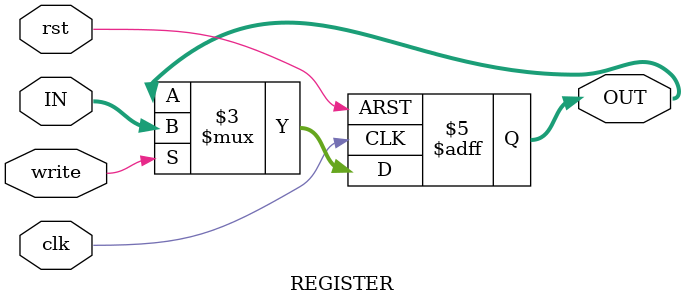
<source format=sv>
module REGISTER (clk, rst, write, IN, OUT);
	parameter n = 32;
	input clk, rst;
	input write;
	input [n-1:0] IN;
	output logic [n-1:0] OUT;
	always @(posedge clk, posedge rst)
		if (rst) OUT = 0;
		else if (write) OUT = IN;
endmodule
</source>
